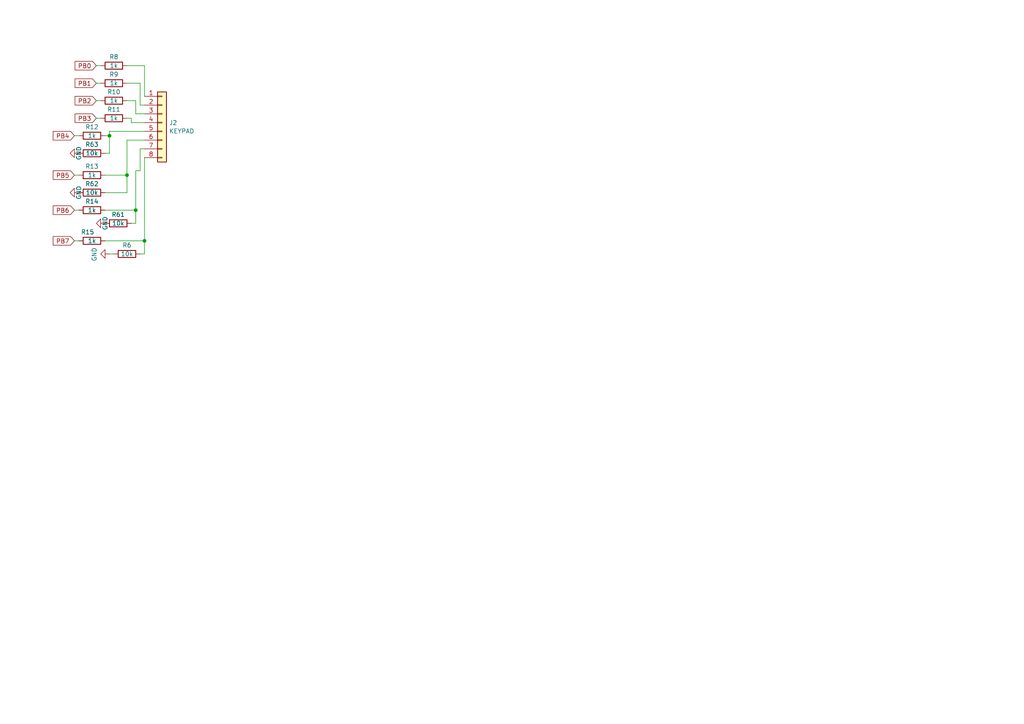
<source format=kicad_sch>
(kicad_sch (version 20230121) (generator eeschema)
  (paper "A4")
  (lib_symbols
    (symbol "Connector_Generic:Conn_01x08" (pin_names (offset 1.016) hide)
      (property "Reference" "J" (at 0 10.16 0))
      (property "Value" "Conn_01x08" (at 0 -12.7 0))
      (symbol "Conn_01x08_1_1"
        (rectangle (start -1.27 -10.033) (end 0 -10.287) (stroke (width 0.1524)))
        (rectangle (start -1.27 -7.493) (end 0 -7.747) (stroke (width 0.1524)))
        (rectangle (start -1.27 -4.953) (end 0 -5.207) (stroke (width 0.1524)))
        (rectangle (start -1.27 -2.413) (end 0 -2.667) (stroke (width 0.1524)))
        (rectangle (start -1.27 0.127) (end 0 -0.127) (stroke (width 0.1524)))
        (rectangle (start -1.27 2.667) (end 0 2.413) (stroke (width 0.1524)))
        (rectangle (start -1.27 5.207) (end 0 4.953) (stroke (width 0.1524)))
        (rectangle (start -1.27 7.747) (end 0 7.493) (stroke (width 0.1524)))
        (rectangle (start -1.27 8.89) (end 1.27 -11.43) (stroke (width 0.254)) (fill (type background)))
        (pin passive line (at -5.08 7.62 0) (length 3.81) (name "Pin_1") (number "1"))
        (pin passive line (at -5.08 5.08 0) (length 3.81) (name "Pin_2") (number "2"))
        (pin passive line (at -5.08 2.54 0) (length 3.81) (name "Pin_3") (number "3"))
        (pin passive line (at -5.08 0 0) (length 3.81) (name "Pin_4") (number "4"))
        (pin passive line (at -5.08 -2.54 0) (length 3.81) (name "Pin_5") (number "5"))
        (pin passive line (at -5.08 -5.08 0) (length 3.81) (name "Pin_6") (number "6"))
        (pin passive line (at -5.08 -7.62 0) (length 3.81) (name "Pin_7") (number "7"))
        (pin passive line (at -5.08 -10.16 0) (length 3.81) (name "Pin_8") (number "8"))
      )
    )
    (symbol "Device:R" (pin_numbers hide) (pin_names (offset 0))
      (property "Reference" "R" (at 2.032 0 90))
      (property "Value" "R" (at 0 0 90))
      (symbol "R_0_1"
        (rectangle (start -1.016 -2.54) (end 1.016 2.54) (stroke (width 0.254)))
      )
      (symbol "R_1_1"
        (pin passive line (at 0 3.81 270) (length 1.27) (name "~") (number "1"))
        (pin passive line (at 0 -3.81 90) (length 1.27) (name "~") (number "2"))
      )
    )
    (symbol "power:GND" (power) (pin_names (offset 0))
      (property "Value" "GND" (at 0 -3.81 0))
      (symbol "GND_0_1"
        (polyline (pts (xy 0 0) (xy 0 -1.27) (xy 1.27 -1.27) (xy 0 -2.54) (xy -1.27 -1.27) (xy 0 -1.27)))
      )
      (symbol "GND_1_1"
        (pin power_in line (at 0 0 270) (length 0) hide (name "GND") (number "1"))
      )
    )
  )
  (junction (at 31.75 39.37))
  (junction (at 36.83 50.8))
  (junction (at 39.37 60.96))
  (junction (at 41.91 69.85))
  (wire (pts (xy 36.83 50.8) (xy 36.83 40.64)))
  (wire (pts (xy 39.37 49.53) (xy 40.64 49.53)))
  (wire (pts (xy 31.75 44.45) (xy 30.48 44.45)))
  (wire (pts (xy 21.59 50.8) (xy 22.86 50.8)))
  (wire (pts (xy 27.94 34.29) (xy 29.21 34.29)))
  (wire (pts (xy 31.75 39.37) (xy 31.75 44.45)))
  (wire (pts (xy 30.48 50.8) (xy 36.83 50.8)))
  (wire (pts (xy 40.64 30.48) (xy 41.91 30.48)))
  (wire (pts (xy 39.37 64.77) (xy 38.1 64.77)))
  (wire (pts (xy 36.83 19.05) (xy 41.91 19.05)))
  (wire (pts (xy 38.1 35.56) (xy 38.1 34.29)))
  (wire (pts (xy 39.37 29.21) (xy 39.37 33.02)))
  (wire (pts (xy 27.94 29.21) (xy 29.21 29.21)))
  (wire (pts (xy 30.48 55.88) (xy 36.83 55.88)))
  (wire (pts (xy 21.59 39.37) (xy 22.86 39.37)))
  (wire (pts (xy 39.37 49.53) (xy 39.37 60.96)))
  (wire (pts (xy 41.91 69.85) (xy 41.91 73.66)))
  (wire (pts (xy 40.64 24.13) (xy 40.64 30.48)))
  (wire (pts (xy 38.1 35.56) (xy 41.91 35.56)))
  (wire (pts (xy 31.75 39.37) (xy 31.75 38.1)))
  (wire (pts (xy 30.48 69.85) (xy 41.91 69.85)))
  (wire (pts (xy 38.1 34.29) (xy 36.83 34.29)))
  (wire (pts (xy 27.94 24.13) (xy 29.21 24.13)))
  (wire (pts (xy 27.94 19.05) (xy 29.21 19.05)))
  (wire (pts (xy 40.64 43.18) (xy 41.91 43.18)))
  (wire (pts (xy 21.59 60.96) (xy 22.86 60.96)))
  (wire (pts (xy 36.83 50.8) (xy 36.83 55.88)))
  (wire (pts (xy 41.91 27.94) (xy 41.91 19.05)))
  (wire (pts (xy 36.83 24.13) (xy 40.64 24.13)))
  (wire (pts (xy 31.75 38.1) (xy 41.91 38.1)))
  (wire (pts (xy 30.48 39.37) (xy 31.75 39.37)))
  (wire (pts (xy 30.48 60.96) (xy 39.37 60.96)))
  (wire (pts (xy 36.83 29.21) (xy 39.37 29.21)))
  (wire (pts (xy 21.59 69.85) (xy 22.86 69.85)))
  (wire (pts (xy 41.91 73.66) (xy 40.64 73.66)))
  (wire (pts (xy 31.75 73.66) (xy 33.02 73.66)))
  (wire (pts (xy 39.37 60.96) (xy 39.37 64.77)))
  (wire (pts (xy 40.64 49.53) (xy 40.64 43.18)))
  (wire (pts (xy 39.37 33.02) (xy 41.91 33.02)))
  (wire (pts (xy 36.83 40.64) (xy 41.91 40.64)))
  (wire (pts (xy 41.91 45.72) (xy 41.91 69.85)))
  (global_label "PB7" (shape input) (at 21.59 69.85 180) (property "Intersheetrefs" "${INTERSHEET_REFS}" (effects hide)))
  (global_label "PB5" (shape input) (at 21.59 50.8 180) (property "Intersheetrefs" "${INTERSHEET_REFS}" (effects hide)))
  (global_label "PB3" (shape input) (at 27.94 34.29 180) (property "Intersheetrefs" "${INTERSHEET_REFS}" (effects hide)))
  (global_label "PB4" (shape input) (at 21.59 39.37 180) (property "Intersheetrefs" "${INTERSHEET_REFS}" (effects hide)))
  (global_label "PB1" (shape input) (at 27.94 24.13 180) (property "Intersheetrefs" "${INTERSHEET_REFS}" (effects hide)))
  (global_label "PB0" (shape input) (at 27.94 19.05 180) (property "Intersheetrefs" "${INTERSHEET_REFS}" (effects hide)))
  (global_label "PB6" (shape input) (at 21.59 60.96 180) (property "Intersheetrefs" "${INTERSHEET_REFS}" (effects hide)))
  (global_label "PB2" (shape input) (at 27.94 29.21 180) (property "Intersheetrefs" "${INTERSHEET_REFS}" (effects hide)))
  (symbol (lib_id "Device:R") (at 26.67 39.37 90) (unit 1)
    (property "Reference" "R12" (at 26.67 36.83 90))
    (property "Value" "1k" (at 26.67 39.37 90))
    (property "Footprint" "Resistor_SMD:R_1206_3216Metric_Pad1.30x1.75mm_HandSolder" (effects hide))
  )
  (symbol (lib_id "Device:R") (at 26.67 55.88 90) (unit 1)
    (property "Reference" "R62" (at 26.67 53.34 90))
    (property "Value" "10k" (at 26.67 55.88 90))
    (property "Footprint" "Resistor_SMD:R_1206_3216Metric_Pad1.30x1.75mm_HandSolder" (effects hide))
  )
  (symbol (lib_id "Device:R") (at 34.29 64.77 90) (unit 1)
    (property "Reference" "R61" (at 34.29 62.23 90))
    (property "Value" "10k" (at 34.29 64.77 90))
    (property "Footprint" "Resistor_SMD:R_1206_3216Metric_Pad1.30x1.75mm_HandSolder" (effects hide))
  )
  (symbol (lib_id "Device:R") (at 36.83 73.66 90) (unit 1)
    (property "Reference" "R6" (at 36.83 71.12 90))
    (property "Value" "10k" (at 36.83 73.66 90))
    (property "Footprint" "Resistor_SMD:R_1206_3216Metric_Pad1.30x1.75mm_HandSolder" (effects hide))
  )
  (symbol (lib_id "Device:R") (at 26.67 60.96 90) (unit 1)
    (property "Reference" "R14" (at 26.67 58.42 90))
    (property "Value" "1k" (at 26.67 60.96 90))
    (property "Footprint" "Resistor_SMD:R_1206_3216Metric_Pad1.30x1.75mm_HandSolder" (effects hide))
  )
  (symbol (lib_id "power:GND") (at 31.75 73.66 270) (unit 1)
    (property "Reference" "#PWR0130" (effects hide))
    (property "Value" "GND" (at 27.3558 73.787 0))
    (instances (project "stm32f091" (path "" (reference "#PWR0130") (unit 1))) (project "Schematic" (path "" (reference "#PWR011") (unit 1)) (path "" (reference "#PWR019") (unit 1)) (path "" (reference "#PWR024") (unit 1)) (path "" (reference "#PWR024") (unit 1)) (path "" (reference "#PWR025") (unit 1)) (path "" (reference "#PWR078") (unit 1))))
  )
  (symbol (lib_id "power:GND") (at 30.48 64.77 270) (unit 1)
    (property "Reference" "#PWR0130" (effects hide))
    (property "Value" "GND" (at 30.48 64.77 0))
    (instances (project "stm32f091" (path "" (reference "#PWR0130") (unit 1))) (project "Schematic" (path "" (reference "#PWR011") (unit 1)) (path "" (reference "#PWR019") (unit 1)) (path "" (reference "#PWR024") (unit 1)) (path "" (reference "#PWR024") (unit 1)) (path "" (reference "#PWR025") (unit 1)) (path "" (reference "#PWR079") (unit 1))))
  )
  (symbol (lib_id "Device:R") (at 33.02 24.13 90) (unit 1)
    (property "Reference" "R9" (at 33.02 21.59 90))
    (property "Value" "1k" (at 33.02 24.13 90))
    (property "Footprint" "Resistor_SMD:R_1206_3216Metric_Pad1.30x1.75mm_HandSolder" (effects hide))
  )
  (symbol (lib_id "Connector_Generic:Conn_01x08") (at 46.99 35.56 0) (unit 1)
    (property "Reference" "J2" (at 49.022 35.6179 0) (effects (justify left)))
    (property "Value" "KEYPAD" (at 49.022 38.0421 0) (effects (justify left)))
    (property "Footprint" "Connector_PinHeader_2.54mm:PinHeader_1x08_P2.54mm_Vertical" (effects hide))
  )
  (symbol (lib_id "Device:R") (at 33.02 19.05 90) (unit 1)
    (property "Reference" "R8" (at 33.02 16.51 90))
    (property "Value" "1k" (at 33.02 19.05 90))
    (property "Footprint" "Resistor_SMD:R_1206_3216Metric_Pad1.30x1.75mm_HandSolder" (effects hide))
  )
  (symbol (lib_id "power:GND") (at 22.86 44.45 270) (unit 1)
    (property "Reference" "#PWR0130" (effects hide))
    (property "Value" "GND" (at 22.86 44.45 0))
    (instances (project "stm32f091" (path "" (reference "#PWR0130") (unit 1))) (project "Schematic" (path "" (reference "#PWR011") (unit 1)) (path "" (reference "#PWR019") (unit 1)) (path "" (reference "#PWR024") (unit 1)) (path "" (reference "#PWR024") (unit 1)) (path "" (reference "#PWR025") (unit 1)) (path "" (reference "#PWR081") (unit 1))))
  )
  (symbol (lib_id "Device:R") (at 33.02 34.29 90) (unit 1)
    (property "Reference" "R11" (at 33.02 31.75 90))
    (property "Value" "1k" (at 33.02 34.29 90))
    (property "Footprint" "Resistor_SMD:R_1206_3216Metric_Pad1.30x1.75mm_HandSolder" (effects hide))
  )
  (symbol (lib_id "power:GND") (at 22.86 55.88 270) (unit 1)
    (property "Reference" "#PWR0130" (effects hide))
    (property "Value" "GND" (at 22.86 55.88 0))
    (instances (project "stm32f091" (path "" (reference "#PWR0130") (unit 1))) (project "Schematic" (path "" (reference "#PWR011") (unit 1)) (path "" (reference "#PWR019") (unit 1)) (path "" (reference "#PWR024") (unit 1)) (path "" (reference "#PWR024") (unit 1)) (path "" (reference "#PWR025") (unit 1)) (path "" (reference "#PWR080") (unit 1))))
  )
  (symbol (lib_id "Device:R") (at 26.67 44.45 90) (unit 1)
    (property "Reference" "R63" (at 26.67 41.91 90))
    (property "Value" "10k" (at 26.67 44.45 90))
    (property "Footprint" "Resistor_SMD:R_1206_3216Metric_Pad1.30x1.75mm_HandSolder" (effects hide))
  )
  (symbol (lib_id "Device:R") (at 33.02 29.21 90) (unit 1)
    (property "Reference" "R10" (at 33.02 26.67 90))
    (property "Value" "1k" (at 33.02 29.21 90))
    (property "Footprint" "Resistor_SMD:R_1206_3216Metric_Pad1.30x1.75mm_HandSolder" (effects hide))
  )
  (symbol (lib_id "Device:R") (at 26.67 50.8 90) (unit 1)
    (property "Reference" "R13" (at 26.67 48.26 90))
    (property "Value" "1k" (at 26.67 50.8 90))
    (property "Footprint" "Resistor_SMD:R_1206_3216Metric_Pad1.30x1.75mm_HandSolder" (effects hide))
  )
  (symbol (lib_id "Device:R") (at 26.67 69.85 90) (unit 1)
    (property "Reference" "R15" (at 25.4 67.31 90))
    (property "Value" "1k" (at 26.67 69.85 90))
    (property "Footprint" "Resistor_SMD:R_1206_3216Metric_Pad1.30x1.75mm_HandSolder" (effects hide))
  )
)
</source>
